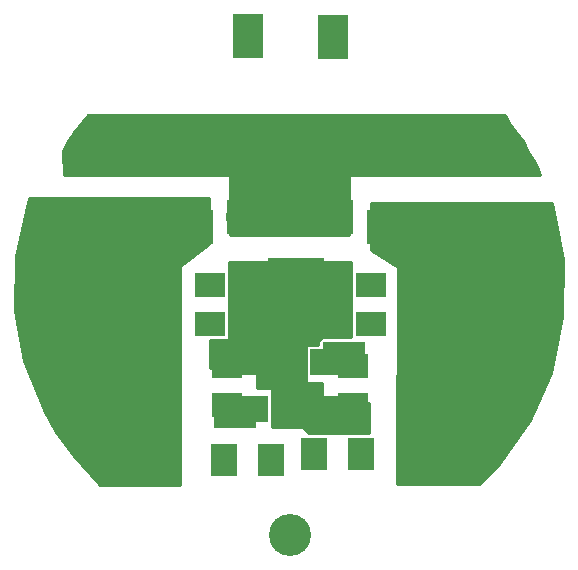
<source format=gts>
G04 (created by PCBNEW (2013-june-11)-stable) date Tue 21 Jul 2015 11:16:44 AM EDT*
%MOIN*%
G04 Gerber Fmt 3.4, Leading zero omitted, Abs format*
%FSLAX34Y34*%
G01*
G70*
G90*
G04 APERTURE LIST*
%ADD10C,0.00590551*%
%ADD11R,0.37X0.44*%
%ADD12R,0.14X0.09*%
%ADD13C,0.32*%
%ADD14R,0.1X0.15*%
%ADD15R,0.19X0.19*%
%ADD16C,0.055*%
%ADD17C,0.27*%
%ADD18R,0.465X0.114*%
%ADD19R,0.1066X0.0909*%
%ADD20R,0.1X0.08*%
%ADD21R,0.0909X0.1066*%
%ADD22R,0.42X0.114*%
%ADD23C,0.14*%
%ADD24C,0.01*%
G04 APERTURE END LIST*
G54D10*
G54D11*
X20325Y-22200D03*
G54D12*
X24075Y-23200D03*
X24075Y-21200D03*
G54D13*
X20425Y-22200D03*
G54D14*
X27340Y-10580D03*
X24520Y-10560D03*
G54D15*
X26100Y-18900D03*
G54D16*
X25450Y-19550D03*
X25450Y-18250D03*
X26750Y-18250D03*
X26750Y-19550D03*
G54D17*
X33400Y-18900D03*
X18400Y-18900D03*
G54D18*
X21000Y-14290D03*
X21000Y-16910D03*
G54D19*
X24650Y-21410D03*
X24650Y-22990D03*
X27100Y-22990D03*
X27100Y-21410D03*
G54D20*
X28600Y-18850D03*
X28600Y-20150D03*
G54D21*
X28290Y-24475D03*
X26710Y-24475D03*
X23710Y-24675D03*
X25290Y-24675D03*
G54D20*
X23800Y-22850D03*
X23800Y-21550D03*
X28000Y-21550D03*
X28000Y-22850D03*
X23250Y-18850D03*
X23250Y-20150D03*
G54D18*
X30800Y-14290D03*
X30800Y-16910D03*
G54D22*
X25900Y-16600D03*
G54D16*
X24900Y-16600D03*
X24050Y-16600D03*
X26900Y-16600D03*
X27750Y-16600D03*
G54D23*
X25900Y-27200D03*
G54D11*
X31450Y-22200D03*
G54D12*
X27700Y-21200D03*
X27700Y-23200D03*
G54D13*
X31350Y-22200D03*
G54D10*
G36*
X34242Y-15175D02*
X27890Y-15175D01*
X27890Y-17175D01*
X23900Y-17175D01*
X23900Y-15175D01*
X18373Y-15175D01*
X18355Y-14401D01*
X18523Y-14060D01*
X18740Y-13734D01*
X19023Y-13386D01*
X19184Y-13185D01*
X33080Y-13185D01*
X33222Y-13446D01*
X33419Y-13734D01*
X33662Y-14042D01*
X33856Y-14414D01*
X34035Y-14718D01*
X34164Y-15000D01*
X34242Y-15175D01*
X34242Y-15175D01*
G37*
G54D24*
X34242Y-15175D02*
X27890Y-15175D01*
X27890Y-17175D01*
X23900Y-17175D01*
X23900Y-15175D01*
X18373Y-15175D01*
X18355Y-14401D01*
X18523Y-14060D01*
X18740Y-13734D01*
X19023Y-13386D01*
X19184Y-13185D01*
X33080Y-13185D01*
X33222Y-13446D01*
X33419Y-13734D01*
X33662Y-14042D01*
X33856Y-14414D01*
X34035Y-14718D01*
X34164Y-15000D01*
X34242Y-15175D01*
G54D10*
G36*
X34999Y-17974D02*
X34990Y-19914D01*
X34602Y-21774D01*
X33906Y-23365D01*
X32871Y-24827D01*
X32209Y-25500D01*
X29490Y-25500D01*
X29495Y-18257D01*
X28609Y-17687D01*
X28605Y-16110D01*
X34629Y-16129D01*
X34999Y-17974D01*
X34999Y-17974D01*
G37*
G54D24*
X34999Y-17974D02*
X34990Y-19914D01*
X34602Y-21774D01*
X33906Y-23365D01*
X32871Y-24827D01*
X32209Y-25500D01*
X29490Y-25500D01*
X29495Y-18257D01*
X28609Y-17687D01*
X28605Y-16110D01*
X34629Y-16129D01*
X34999Y-17974D01*
G54D10*
G36*
X23195Y-17470D02*
X22245Y-18205D01*
X22240Y-25509D01*
X19581Y-25505D01*
X18693Y-24568D01*
X18117Y-23767D01*
X17725Y-23078D01*
X17038Y-21396D01*
X16750Y-19706D01*
X16779Y-17885D01*
X17210Y-15940D01*
X23195Y-15944D01*
X23195Y-17470D01*
X23195Y-17470D01*
G37*
G54D24*
X23195Y-17470D02*
X22245Y-18205D01*
X22240Y-25509D01*
X19581Y-25505D01*
X18693Y-24568D01*
X18117Y-23767D01*
X17725Y-23078D01*
X17038Y-21396D01*
X16750Y-19706D01*
X16779Y-17885D01*
X17210Y-15940D01*
X23195Y-15944D01*
X23195Y-17470D01*
G54D10*
G36*
X28550Y-23790D02*
X26540Y-23790D01*
X26320Y-23570D01*
X25310Y-23570D01*
X25310Y-22285D01*
X24800Y-22285D01*
X24810Y-21620D01*
X23250Y-21620D01*
X23250Y-20690D01*
X23880Y-20690D01*
X23880Y-18100D01*
X27940Y-18100D01*
X27940Y-20590D01*
X26989Y-20590D01*
X26850Y-20729D01*
X26850Y-20840D01*
X26440Y-20840D01*
X26440Y-21920D01*
X26440Y-22120D01*
X26990Y-22120D01*
X26990Y-22770D01*
X28550Y-22770D01*
X28550Y-23790D01*
X28550Y-23790D01*
G37*
G54D24*
X28550Y-23790D02*
X26540Y-23790D01*
X26320Y-23570D01*
X25310Y-23570D01*
X25310Y-22285D01*
X24800Y-22285D01*
X24810Y-21620D01*
X23250Y-21620D01*
X23250Y-20690D01*
X23880Y-20690D01*
X23880Y-18100D01*
X27940Y-18100D01*
X27940Y-20590D01*
X26989Y-20590D01*
X26850Y-20729D01*
X26850Y-20840D01*
X26440Y-20840D01*
X26440Y-21920D01*
X26440Y-22120D01*
X26990Y-22120D01*
X26990Y-22770D01*
X28550Y-22770D01*
X28550Y-23790D01*
M02*

</source>
